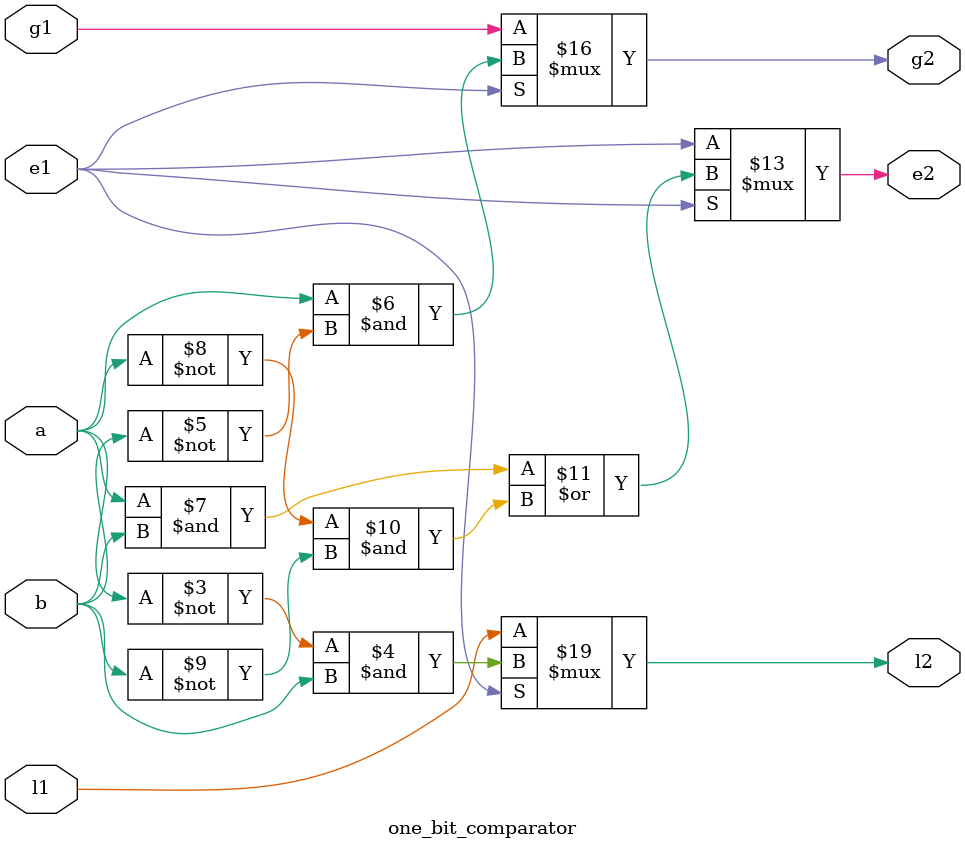
<source format=v>
module one_bit_comparator(a, b, l1, e1, g1, l2, e2, g2);
    input a, b, l1, e1, g1;
    output l2, e2, g2;
    reg l2, e2, g2;
    
    always @(*) begin
        if(e1==0) begin
            l2 <= l1;
            g2 <= g1;
            e2 <= e1;
        end
        else begin
            l2 <= (~a) & (b);
            g2 <= a & (~b);
            e2 <= (a & b) | (~a & ~b);
        end
    end
endmodule
</source>
